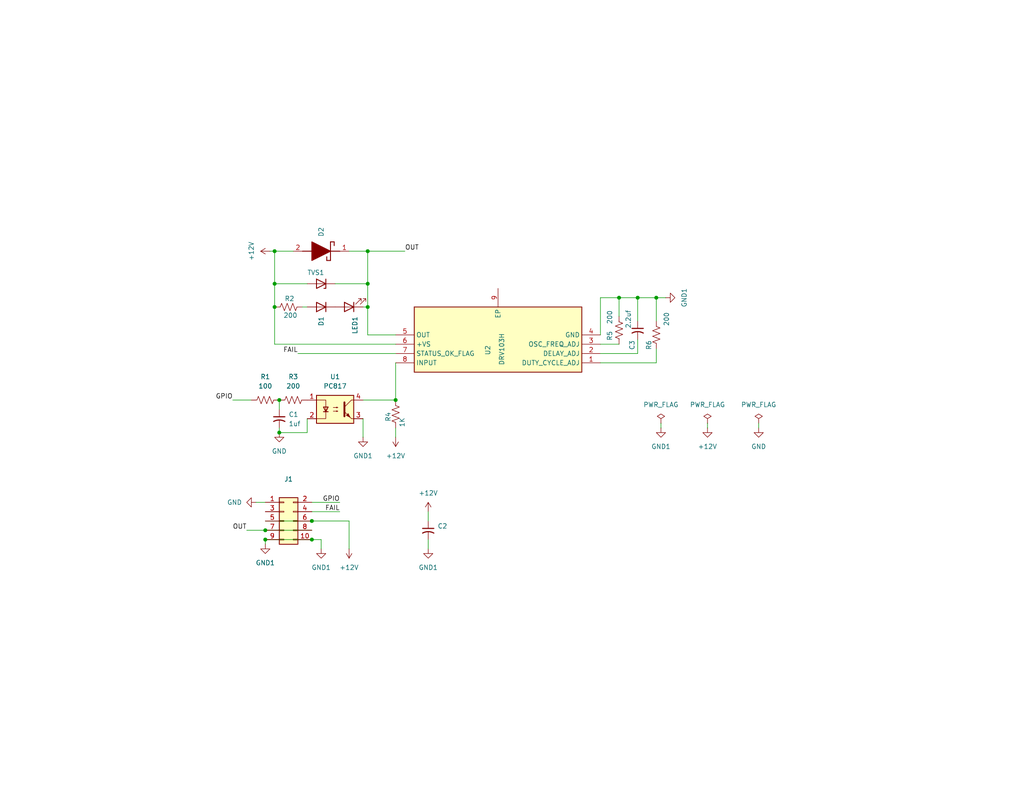
<source format=kicad_sch>
(kicad_sch (version 20250114) (generator "eeschema") (generator_version "9.0")
  (paper "A")
  (title_block (title "DRV103 Solenoid Driver Board"))
  (lib_symbols
    (symbol "Connector_Generic:Conn_02x05_Odd_Even" (pin_names (offset 1.016) (hide yes))
      (property "Reference" "J" (at 1.27 7.62 0))
      (property "Value" "Conn_02x05_Odd_Even" (at 1.27 -7.62 0))
      (symbol "Conn_02x05_Odd_Even_1_1"
        (rectangle (start -1.27 6.35) (end 3.81 -6.35) (stroke (width 0.254)) (fill (type background)))
        (rectangle (start -1.27 5.207) (end 0 4.953) (stroke (width 0.1524)))
        (rectangle (start -1.27 2.667) (end 0 2.413) (stroke (width 0.1524)))
        (rectangle (start -1.27 0.127) (end 0 -0.127) (stroke (width 0.1524)))
        (rectangle (start -1.27 -2.413) (end 0 -2.667) (stroke (width 0.1524)))
        (rectangle (start -1.27 -4.953) (end 0 -5.207) (stroke (width 0.1524)))
        (rectangle (start 3.81 5.207) (end 2.54 4.953) (stroke (width 0.1524)))
        (rectangle (start 3.81 2.667) (end 2.54 2.413) (stroke (width 0.1524)))
        (rectangle (start 3.81 0.127) (end 2.54 -0.127) (stroke (width 0.1524)))
        (rectangle (start 3.81 -2.413) (end 2.54 -2.667) (stroke (width 0.1524)))
        (rectangle (start 3.81 -4.953) (end 2.54 -5.207) (stroke (width 0.1524)))
        (pin passive line (at -5.08 5.08 0) (length 3.81) (name "Pin_1") (number "1"))
        (pin passive line (at -5.08 2.54 0) (length 3.81) (name "Pin_3") (number "3"))
        (pin passive line (at -5.08 0 0) (length 3.81) (name "Pin_5") (number "5"))
        (pin passive line (at -5.08 -2.54 0) (length 3.81) (name "Pin_7") (number "7"))
        (pin passive line (at -5.08 -5.08 0) (length 3.81) (name "Pin_9") (number "9"))
        (pin passive line (at 7.62 5.08 180) (length 3.81) (name "Pin_2") (number "2"))
        (pin passive line (at 7.62 2.54 180) (length 3.81) (name "Pin_4") (number "4"))
        (pin passive line (at 7.62 0 180) (length 3.81) (name "Pin_6") (number "6"))
        (pin passive line (at 7.62 -2.54 180) (length 3.81) (name "Pin_8") (number "8"))
        (pin passive line (at 7.62 -5.08 180) (length 3.81) (name "Pin_10") (number "10"))
      )
    )
    (symbol "DRV103H:DRV103H"
      (property "Reference" "IC" (at 52.07 7.62 0))
      (property "Value" "DRV103H" (at 52.07 5.08 0))
      (symbol "DRV103H_1_1"
        (rectangle (start 5.08 2.54) (end 50.8 -15.24) (stroke (width 0.254)) (fill (type background)))
        (pin passive line (at 0 0 0) (length 5.08) (name "DUTY_CYCLE_ADJ") (number "1"))
        (pin passive line (at 0 -2.54 0) (length 5.08) (name "DELAY_ADJ") (number "2"))
        (pin passive line (at 0 -5.08 0) (length 5.08) (name "OSC_FREQ_ADJ") (number "3"))
        (pin passive line (at 0 -7.62 0) (length 5.08) (name "GND") (number "4"))
        (pin passive line (at 27.94 -20.32 90) (length 5.08) (name "EP") (number "9"))
        (pin passive line (at 55.88 0 180) (length 5.08) (name "INPUT") (number "8"))
        (pin passive line (at 55.88 -2.54 180) (length 5.08) (name "STATUS_OK_FLAG") (number "7"))
        (pin passive line (at 55.88 -5.08 180) (length 5.08) (name "+VS") (number "6"))
        (pin passive line (at 55.88 -7.62 180) (length 5.08) (name "OUT") (number "5"))
      )
    )
    (symbol "Device:C_Small_US" (pin_numbers (hide yes)) (pin_names (offset 0.254) (hide yes))
      (property "Reference" "C" (at 0.254 1.778 0))
      (property "Value" "C_Small_US" (at 0.254 -2.032 0))
      (symbol "C_Small_US_0_1"
        (polyline (pts (xy -1.524 0.508) (xy 1.524 0.508)) (stroke (width 0.3048)))
        (arc (start -1.524 -0.762) (mid 0 -0.3734) (end 1.524 -0.762) (stroke (width 0.3048)))
      )
      (symbol "C_Small_US_1_1"
        (pin passive line (at 0 2.54 270) (length 2.032) (name "~") (number "1"))
        (pin passive line (at 0 -2.54 90) (length 2.032) (name "~") (number "2"))
      )
    )
    (symbol "Device:LED" (pin_numbers (hide yes)) (pin_names (offset 1.016) (hide yes))
      (property "Reference" "D" (at 0 2.54 0))
      (property "Value" "LED" (at 0 -2.54 0))
      (symbol "LED_0_1"
        (polyline (pts (xy -3.048 -0.762) (xy -4.572 -2.286) (xy -3.81 -2.286) (xy -4.572 -2.286) (xy -4.572 -1.524)))
        (polyline (pts (xy -1.778 -0.762) (xy -3.302 -2.286) (xy -2.54 -2.286) (xy -3.302 -2.286) (xy -3.302 -1.524)))
        (polyline (pts (xy -1.27 0) (xy 1.27 0)))
        (polyline (pts (xy -1.27 -1.27) (xy -1.27 1.27)) (stroke (width 0.254)))
        (polyline (pts (xy 1.27 -1.27) (xy 1.27 1.27) (xy -1.27 0) (xy 1.27 -1.27)) (stroke (width 0.254)))
      )
      (symbol "LED_1_1"
        (pin passive line (at -3.81 0 0) (length 2.54) (name "K") (number "1"))
        (pin passive line (at 3.81 0 180) (length 2.54) (name "A") (number "2"))
      )
    )
    (symbol "Device:R_US" (pin_numbers (hide yes)) (pin_names (offset 0))
      (property "Reference" "R" (at 2.54 0 90))
      (property "Value" "R_US" (at -2.54 0 90))
      (symbol "R_US_0_1"
        (polyline (pts (xy 0 2.286) (xy 0 2.54)))
        (polyline (pts (xy 0 2.286) (xy 1.016 1.905) (xy 0 1.524) (xy -1.016 1.143) (xy 0 0.762)))
        (polyline (pts (xy 0 0.762) (xy 1.016 0.381) (xy 0 0) (xy -1.016 -0.381) (xy 0 -0.762)))
        (polyline (pts (xy 0 -0.762) (xy 1.016 -1.143) (xy 0 -1.524) (xy -1.016 -1.905) (xy 0 -2.286)))
        (polyline (pts (xy 0 -2.286) (xy 0 -2.54)))
      )
      (symbol "R_US_1_1"
        (pin passive line (at 0 3.81 270) (length 1.27) (name "~") (number "1"))
        (pin passive line (at 0 -3.81 90) (length 1.27) (name "~") (number "2"))
      )
    )
    (symbol "Diode:1N4148" (pin_numbers (hide yes)) (pin_names (hide yes))
      (property "Reference" "D" (at 0 2.54 0))
      (property "Value" "1N4148" (at 0 -2.54 0))
      (symbol "1N4148_0_1"
        (polyline (pts (xy -1.27 1.27) (xy -1.27 -1.27)) (stroke (width 0.254)))
        (polyline (pts (xy 1.27 1.27) (xy 1.27 -1.27) (xy -1.27 0) (xy 1.27 1.27)) (stroke (width 0.254)))
        (polyline (pts (xy 1.27 0) (xy -1.27 0)))
      )
      (symbol "1N4148_1_1"
        (pin passive line (at -3.81 0 0) (length 2.54) (name "K") (number "1"))
        (pin passive line (at 3.81 0 180) (length 2.54) (name "A") (number "2"))
      )
    )
    (symbol "Diode:PTVS18VZ1USK" (pin_numbers (hide yes)) (pin_names (hide yes))
      (property "Reference" "D" (at 0 2.54 0))
      (property "Value" "PTVS18VZ1USK" (at 0 -2.54 0))
      (symbol "PTVS18VZ1USK_0_1"
        (polyline (pts (xy -1.27 -1.27) (xy -1.27 1.27) (xy -0.762 1.27)) (stroke (width 0.254)))
        (polyline (pts (xy 1.27 0) (xy -1.27 0)))
        (polyline (pts (xy 1.27 -1.27) (xy 1.27 1.27) (xy -1.27 0) (xy 1.27 -1.27)) (stroke (width 0.254)))
      )
      (symbol "PTVS18VZ1USK_1_1"
        (pin passive line (at -3.81 0 0) (length 2.54) (name "K") (number "1"))
        (pin passive line (at 3.81 0 180) (length 2.54) (name "A") (number "2"))
      )
    )
    (symbol "Isolator:PC817" (pin_names (offset 1.016))
      (property "Reference" "U" (at -5.08 5.08 0))
      (property "Value" "PC817" (at 0 5.08 0))
      (symbol "PC817_0_1"
        (rectangle (start -5.08 3.81) (end 5.08 -3.81) (stroke (width 0.254)) (fill (type background)))
        (polyline (pts (xy -5.08 2.54) (xy -2.54 2.54) (xy -2.54 -0.635)))
        (polyline (pts (xy -3.175 -0.635) (xy -1.905 -0.635)) (stroke (width 0.254)))
        (polyline (pts (xy -2.54 -0.635) (xy -2.54 -2.54) (xy -5.08 -2.54)))
        (polyline (pts (xy -2.54 -0.635) (xy -3.175 0.635) (xy -1.905 0.635) (xy -2.54 -0.635)) (stroke (width 0.254)))
        (polyline (pts (xy -0.508 0.508) (xy 0.762 0.508) (xy 0.381 0.381) (xy 0.381 0.635) (xy 0.762 0.508)))
        (polyline (pts (xy -0.508 -0.508) (xy 0.762 -0.508) (xy 0.381 -0.635) (xy 0.381 -0.381) (xy 0.762 -0.508)))
        (polyline (pts (xy 2.54 1.905) (xy 2.54 -1.905)) (stroke (width 0.508)))
        (polyline (pts (xy 2.54 0.635) (xy 4.445 2.54)))
        (polyline (pts (xy 3.048 -1.651) (xy 3.556 -1.143) (xy 4.064 -2.159) (xy 3.048 -1.651)) (fill (type outline)))
        (polyline (pts (xy 4.445 2.54) (xy 5.08 2.54)))
        (polyline (pts (xy 4.445 -2.54) (xy 2.54 -0.635)) (fill (type outline)))
        (polyline (pts (xy 4.445 -2.54) (xy 5.08 -2.54)))
      )
      (symbol "PC817_1_1"
        (pin passive line (at -7.62 2.54 0) (length 2.54) (name "~") (number "1"))
        (pin passive line (at -7.62 -2.54 0) (length 2.54) (name "~") (number "2"))
        (pin passive line (at 7.62 2.54 180) (length 2.54) (name "~") (number "4"))
        (pin passive line (at 7.62 -2.54 180) (length 2.54) (name "~") (number "3"))
      )
    )
    (symbol "SR340-T:SR340-T" (pin_names (hide yes))
      (property "Reference" "D" (at 12.7 8.89 0))
      (property "Value" "SR340-T" (at 12.7 6.35 0))
      (symbol "SR340-T_1_1"
        (polyline (pts (xy 5.08 0) (xy 7.62 0)) (stroke (width 0.254)))
        (polyline (pts (xy 6.604 -1.524) (xy 6.604 -2.54)) (stroke (width 0.254)))
        (polyline (pts (xy 7.62 2.54) (xy 7.62 -2.54)) (stroke (width 0.254)))
        (polyline (pts (xy 7.62 2.54) (xy 8.636 2.54)) (stroke (width 0.254)))
        (polyline (pts (xy 7.62 0) (xy 12.7 2.54) (xy 12.7 -2.54) (xy 7.62 0)) (stroke (width 0.254)) (fill (type outline)))
        (polyline (pts (xy 7.62 -2.54) (xy 6.604 -2.54)) (stroke (width 0.254)))
        (polyline (pts (xy 8.636 1.524) (xy 8.636 2.54)) (stroke (width 0.254)))
        (polyline (pts (xy 12.7 0) (xy 15.24 0)) (stroke (width 0.254)))
        (pin passive line (at 2.54 0 0) (length 2.54) (name "K") (number "1"))
        (pin passive line (at 17.78 0 180) (length 2.54) (name "A") (number "2"))
      )
    )
    (symbol "power:+12C" (power) (pin_numbers (hide yes)) (pin_names (offset 0) (hide yes))
      (property "Value" "+12C" (at 0 3.556 0))
      (symbol "+12C_0_1"
        (polyline (pts (xy -0.762 1.27) (xy 0 2.54)))
        (polyline (pts (xy 0 2.54) (xy 0.762 1.27)))
        (polyline (pts (xy 0 0) (xy 0 2.54)))
      )
      (symbol "+12C_1_1"
        (pin power_in line (at 0 0 90) (length 0) (name "~") (number "1"))
      )
    )
    (symbol "power:GND" (power) (pin_numbers (hide yes)) (pin_names (offset 0) (hide yes))
      (property "Value" "GND" (at 0 -3.81 0))
      (symbol "GND_0_1"
        (polyline (pts (xy 0 0) (xy 0 -1.27) (xy 1.27 -1.27) (xy 0 -2.54) (xy -1.27 -1.27) (xy 0 -1.27)))
      )
      (symbol "GND_1_1"
        (pin power_in line (at 0 0 270) (length 0) (name "~") (number "1"))
      )
    )
    (symbol "power:GND1" (power) (pin_numbers (hide yes)) (pin_names (offset 0) (hide yes))
      (property "Value" "GND1" (at 0 -3.81 0))
      (symbol "GND1_0_1"
        (polyline (pts (xy 0 0) (xy 0 -1.27) (xy 1.27 -1.27) (xy 0 -2.54) (xy -1.27 -1.27) (xy 0 -1.27)))
      )
      (symbol "GND1_1_1"
        (pin power_in line (at 0 0 270) (length 0) (name "~") (number "1"))
      )
    )
    (symbol "power:PWR_FLAG" (power) (pin_numbers (hide yes)) (pin_names (offset 0) (hide yes))
      (property "Value" "PWR_FLAG" (at 0 3.81 0))
      (symbol "PWR_FLAG_0_0"
        (pin power_out line (at 0 0 90) (length 0) (name "~") (number "1"))
      )
      (symbol "PWR_FLAG_0_1"
        (polyline (pts (xy 0 0) (xy 0 1.27) (xy -1.016 1.905) (xy 0 2.54) (xy 1.016 1.905) (xy 0 1.27)))
      )
    )
  )
  (junction (at 85.09 147.32))
  (junction (at 74.93 68.58))
  (junction (at 100.33 68.58))
  (junction (at 72.39 144.78))
  (junction (at 76.2 109.22))
  (junction (at 85.09 142.24))
  (junction (at 100.33 77.47))
  (junction (at 74.93 77.47))
  (junction (at 100.33 83.82))
  (junction (at 179.07 81.28))
  (junction (at 72.39 147.32))
  (junction (at 168.91 81.28))
  (junction (at 107.95 109.22))
  (junction (at 76.2 118.11))
  (junction (at 173.99 81.28))
  (junction (at 74.93 83.82))
  (wire (pts (xy 173.99 81.28) (xy 179.07 81.28)))
  (wire (pts (xy 163.83 96.52) (xy 173.99 96.52)))
  (wire (pts (xy 83.82 83.82) (xy 82.55 83.82)))
  (wire (pts (xy 83.82 118.11) (xy 76.2 118.11)))
  (wire (pts (xy 107.95 116.84) (xy 107.95 119.38)))
  (wire (pts (xy 72.39 147.32) (xy 72.39 148.59)))
  (wire (pts (xy 168.91 86.36) (xy 168.91 81.28)))
  (wire (pts (xy 72.39 147.32) (xy 85.09 147.32)))
  (wire (pts (xy 100.33 77.47) (xy 100.33 83.82)))
  (wire (pts (xy 179.07 95.25) (xy 179.07 99.06)))
  (wire (pts (xy 85.09 142.24) (xy 95.25 142.24)))
  (wire (pts (xy 95.25 68.58) (xy 100.33 68.58)))
  (wire (pts (xy 74.93 68.58) (xy 73.66 68.58)))
  (wire (pts (xy 179.07 99.06) (xy 163.83 99.06)))
  (wire (pts (xy 107.95 93.98) (xy 74.93 93.98)))
  (wire (pts (xy 181.61 81.28) (xy 179.07 81.28)))
  (wire (pts (xy 67.31 144.78) (xy 72.39 144.78)))
  (wire (pts (xy 100.33 68.58) (xy 110.49 68.58)))
  (wire (pts (xy 207.01 115.57) (xy 207.01 116.84)))
  (wire (pts (xy 179.07 81.28) (xy 179.07 87.63)))
  (wire (pts (xy 81.28 96.52) (xy 107.95 96.52)))
  (wire (pts (xy 116.84 147.32) (xy 116.84 149.86)))
  (wire (pts (xy 76.2 116.84) (xy 76.2 118.11)))
  (wire (pts (xy 168.91 81.28) (xy 173.99 81.28)))
  (wire (pts (xy 193.04 115.57) (xy 193.04 116.84)))
  (wire (pts (xy 100.33 77.47) (xy 91.44 77.47)))
  (wire (pts (xy 99.06 83.82) (xy 100.33 83.82)))
  (wire (pts (xy 83.82 77.47) (xy 74.93 77.47)))
  (wire (pts (xy 99.06 114.3) (xy 99.06 119.38)))
  (wire (pts (xy 74.93 77.47) (xy 74.93 83.82)))
  (wire (pts (xy 100.33 68.58) (xy 100.33 77.47)))
  (wire (pts (xy 72.39 142.24) (xy 85.09 142.24)))
  (wire (pts (xy 107.95 99.06) (xy 107.95 109.22)))
  (wire (pts (xy 173.99 87.63) (xy 173.99 81.28)))
  (wire (pts (xy 87.63 147.32) (xy 85.09 147.32)))
  (wire (pts (xy 163.83 81.28) (xy 168.91 81.28)))
  (wire (pts (xy 87.63 149.86) (xy 87.63 147.32)))
  (wire (pts (xy 85.09 137.16) (xy 92.71 137.16)))
  (wire (pts (xy 116.84 139.7) (xy 116.84 142.24)))
  (wire (pts (xy 72.39 144.78) (xy 85.09 144.78)))
  (wire (pts (xy 173.99 96.52) (xy 173.99 92.71)))
  (wire (pts (xy 107.95 109.22) (xy 99.06 109.22)))
  (wire (pts (xy 180.34 115.57) (xy 180.34 116.84)))
  (wire (pts (xy 74.93 77.47) (xy 74.93 68.58)))
  (wire (pts (xy 168.91 93.98) (xy 163.83 93.98)))
  (wire (pts (xy 63.5 109.22) (xy 68.58 109.22)))
  (wire (pts (xy 76.2 109.22) (xy 76.2 111.76)))
  (wire (pts (xy 69.85 137.16) (xy 72.39 137.16)))
  (wire (pts (xy 74.93 83.82) (xy 74.93 93.98)))
  (wire (pts (xy 95.25 142.24) (xy 95.25 149.86)))
  (wire (pts (xy 100.33 83.82) (xy 100.33 91.44)))
  (wire (pts (xy 85.09 139.7) (xy 92.71 139.7)))
  (wire (pts (xy 100.33 91.44) (xy 107.95 91.44)))
  (wire (pts (xy 163.83 91.44) (xy 163.83 81.28)))
  (wire (pts (xy 80.01 68.58) (xy 74.93 68.58)))
  (wire (pts (xy 83.82 114.3) (xy 83.82 118.11)))
  (label "GPIO" (at 63.5 109.22 180))
  (label "GPIO" (at 92.71 137.16 180))
  (label "OUT" (at 67.31 144.78 180))
  (label "FAIL" (at 81.28 96.52 180))
  (label "FAIL" (at 92.71 139.7 180))
  (label "OUT" (at 110.49 68.58 0))
  (symbol (lib_id "power:+12C") (at 73.66 68.58 90) (unit 1)
    (property "Reference" "#PWR03" (effects (hide yes)))
    (property "Value" "+12V" (at 68.58 68.58 0))
    (property "Description" "Power symbol creates a global label with name \"+12C\"" (effects (hide yes)))
  )
  (symbol (lib_id "power:PWR_FLAG") (at 180.34 115.57 0) (unit 1)
    (property "Reference" "#FLG01" (effects (hide yes)))
    (property "Value" "PWR_FLAG" (at 180.34 110.49 0))
    (property "Description" "Special symbol for telling ERC where power comes from" (effects (hide yes)))
  )
  (symbol (lib_id "Device:LED") (at 95.25 83.82 180) (unit 1)
    (property "Reference" "LED1" (at 96.8376 86.36 90) (effects (justify left)))
    (property "Value" "LG M67K-H1J2-24-Z" (effects (hide yes)))
    (property "Footprint" "LED_SMD:LED_0805_2012Metric_Pad1.15x1.40mm_HandSolder" (effects (hide yes)))
    (property "Datasheet" "https://dammedia.osram.info/media/resource/hires/osram-dam-5343957/LG%20M67K_EN.pdf" (effects (hide yes)))
    (property "Description" "Light emitting diode" (effects (hide yes)))
    (property "Sim.Pins" "1=K 2=A" (effects (hide yes)))
    (property "Name" "OUT1" (effects (hide yes)))
  )
  (symbol (lib_id "Device:R_US") (at 107.95 113.03 180) (unit 1)
    (property "Reference" "R4" (at 105.918 113.792 90))
    (property "Value" "1K" (at 109.728 115.316 90))
    (property "Footprint" "Resistor_SMD:R_0805_2012Metric_Pad1.20x1.40mm_HandSolder" (effects (hide yes)))
    (property "Description" "Resistor, US symbol" (effects (hide yes)))
  )
  (symbol (lib_id "Device:C_Small_US") (at 173.99 90.17 0) (unit 1)
    (property "Reference" "C3" (at 172.466 94.234 90))
    (property "Value" "2.2uf" (at 171.45 87.122 90))
    (property "Footprint" "Capacitor_SMD:C_0805_2012Metric_Pad1.18x1.45mm_HandSolder" (effects (hide yes)))
    (property "Description" "capacitor, small US symbol" (effects (hide yes)))
  )
  (symbol (lib_id "power:GND1") (at 116.84 149.86 0) (unit 1)
    (property "Reference" "#PWR011" (effects (hide yes)))
    (property "Value" "GND1" (at 116.84 154.94 0))
    (property "Description" "Power symbol creates a global label with name \"GND1\" , ground" (effects (hide yes)))
  )
  (symbol (lib_id "Isolator:PC817") (at 91.44 111.76 0) (unit 1)
    (property "Reference" "U1" (at 91.44 102.87 0))
    (property "Value" "PC817" (at 91.44 105.41 0))
    (property "Footprint" "Package_DIP:DIP-4_W7.62mm" (effects (hide yes)))
    (property "Datasheet" "http://www.soselectronic.cz/a_info/resource/d/pc817.pdf" (effects (hide yes)))
    (property "Description" "DC Optocoupler, Vce 35V, CTR 50-300%, DIP-4" (effects (hide yes)))
  )
  (symbol (lib_id "power:GND") (at 69.85 137.16 270) (unit 1)
    (property "Reference" "#PWR06" (effects (hide yes)))
    (property "Value" "GND" (at 66.04 137.1599 90) (effects (justify right)))
    (property "Description" "Power symbol creates a global label with name \"GND\" , ground" (effects (hide yes)))
  )
  (symbol (lib_id "power:GND1") (at 207.01 116.84 0) (unit 1)
    (property "Reference" "#PWR015" (effects (hide yes)))
    (property "Value" "GND" (at 207.01 121.92 0))
    (property "Description" "Power symbol creates a global label with name \"GND1\" , ground" (effects (hide yes)))
  )
  (symbol (lib_id "Device:C_Small_US") (at 76.2 114.3 0) (unit 1)
    (property "Reference" "C1" (at 78.74 113.1569 0) (effects (justify left)))
    (property "Value" "1uf" (at 78.74 115.6969 0) (effects (justify left)))
    (property "Footprint" "Capacitor_SMD:C_0805_2012Metric_Pad1.18x1.45mm_HandSolder" (effects (hide yes)))
    (property "Description" "capacitor, small US symbol" (effects (hide yes)))
  )
  (symbol (lib_id "Connector_Generic:Conn_02x05_Odd_Even") (at 77.47 142.24 0) (unit 1)
    (property "Reference" "J1" (at 78.74 130.81 0))
    (property "Value" "Conn_02x05_Odd_Even" (effects (hide yes)))
    (property "Footprint" "Connector_PinHeader_2.54mm:PinHeader_2x05_P2.54mm_Vertical" (effects (hide yes)))
    (property "Description" "Generic connector, double row, 02x05, odd/even pin numbering scheme (row 1 odd numbers, row 2 even numbers), script generated (kicad-library-utils/schlib/autogen/connector/)" (effects (hide yes)))
  )
  (symbol (lib_id "power:GND") (at 72.39 148.59 0) (unit 1)
    (property "Reference" "#PWR02" (effects (hide yes)))
    (property "Value" "GND1" (at 72.39 153.67 0))
    (property "Description" "Power symbol creates a global label with name \"GND\" , ground" (effects (hide yes)))
  )
  (symbol (lib_id "power:+12C") (at 107.95 119.38 180) (unit 1)
    (property "Reference" "#PWR09" (effects (hide yes)))
    (property "Value" "+12V" (at 107.95 124.46 0))
    (property "Description" "Power symbol creates a global label with name \"+12C\"" (effects (hide yes)))
  )
  (symbol (lib_id "power:+12C") (at 116.84 139.7 0) (unit 1)
    (property "Reference" "#PWR010" (effects (hide yes)))
    (property "Value" "+12V" (at 116.84 134.62 0))
    (property "Description" "Power symbol creates a global label with name \"+12C\"" (effects (hide yes)))
  )
  (symbol (lib_id "Diode:1N4148") (at 87.63 83.82 180) (unit 1)
    (property "Reference" "D1" (at 87.6301 86.36 90) (effects (justify left)))
    (property "Value" "1N4148" (effects (hide yes)))
    (property "Footprint" "Diode_SMD:D_SOD-323_HandSoldering" (effects (hide yes)))
    (property "Datasheet" "https://assets.nexperia.com/documents/data-sheet/1N4148_1N4448.pdf" (effects (hide yes)))
    (property "Description" "100V 0.15A standard switching diode, DO-35" (effects (hide yes)))
    (property "Sim.Device" "D" (effects (hide yes)))
    (property "Sim.Pins" "1=K 2=A" (effects (hide yes)))
  )
  (symbol (lib_id "power:GND1") (at 99.06 119.38 0) (unit 1)
    (property "Reference" "#PWR08" (effects (hide yes)))
    (property "Value" "GND1" (at 99.06 124.46 0))
    (property "Description" "Power symbol creates a global label with name \"GND1\" , ground" (effects (hide yes)))
  )
  (symbol (lib_id "Diode:PTVS18VZ1USK") (at 87.63 77.47 180) (unit 1)
    (property "Reference" "TVS1" (at 83.82 74.422 0) (effects (justify right)))
    (property "Value" "P6SMB18A" (effects (hide yes)))
    (property "Footprint" "Diode_SMD:D_SMB_Handsoldering" (effects (hide yes)))
    (property "Datasheet" "https://www.mouser.com/datasheet/2/54/p6smb-778327.pdf" (effects (hide yes)))
    (property "Description" "ESD Protection Diodes / TVS Diodes 18V 600W UniDir" (effects (hide yes)))
  )
  (symbol (lib_id "Device:R_US") (at 168.91 90.17 180) (unit 1)
    (property "Reference" "R5" (at 166.37 91.694 90))
    (property "Value" "200" (at 166.37 86.614 90))
    (property "Footprint" "Resistor_SMD:R_0805_2012Metric_Pad1.20x1.40mm_HandSolder" (effects (hide yes)))
    (property "Description" "Resistor, US symbol" (effects (hide yes)))
  )
  (symbol (lib_id "Device:R_US") (at 179.07 91.44 180) (unit 1)
    (property "Reference" "R6" (at 177.038 94.234 90))
    (property "Value" "200" (at 181.864 87.122 90))
    (property "Footprint" "Resistor_SMD:R_0805_2012Metric_Pad1.20x1.40mm_HandSolder" (effects (hide yes)))
    (property "Description" "Resistor, US symbol" (effects (hide yes)))
  )
  (symbol (lib_id "Device:C_Small_US") (at 116.84 144.78 0) (unit 1)
    (property "Reference" "C2" (at 119.38 143.6369 0) (effects (justify left)))
    (property "Value" ".1uf" (effects (hide yes)))
    (property "Footprint" "Capacitor_SMD:C_0805_2012Metric_Pad1.18x1.45mm_HandSolder" (effects (hide yes)))
    (property "Description" "capacitor, small US symbol" (effects (hide yes)))
  )
  (symbol (lib_id "power:PWR_FLAG") (at 207.01 115.57 0) (unit 1)
    (property "Reference" "#FLG03" (effects (hide yes)))
    (property "Value" "PWR_FLAG" (at 207.01 110.49 0))
    (property "Description" "Special symbol for telling ERC where power comes from" (effects (hide yes)))
  )
  (symbol (lib_id "power:GND") (at 87.63 149.86 0) (unit 1)
    (property "Reference" "#PWR05" (effects (hide yes)))
    (property "Value" "GND1" (at 87.63 154.94 0))
    (property "Description" "Power symbol creates a global label with name \"GND\" , ground" (effects (hide yes)))
  )
  (symbol (lib_id "Device:R_US") (at 78.74 83.82 90) (unit 1)
    (property "Reference" "R2" (at 78.994 81.534 90))
    (property "Value" "200" (at 79.248 86.106 90))
    (property "Footprint" "Resistor_SMD:R_0805_2012Metric_Pad1.20x1.40mm_HandSolder" (effects (hide yes)))
    (property "Description" "Resistor, US symbol" (effects (hide yes)))
  )
  (symbol (lib_id "Device:R_US") (at 80.01 109.22 270) (unit 1)
    (property "Reference" "R3" (at 80.01 102.87 90))
    (property "Value" "200" (at 80.01 105.41 90))
    (property "Footprint" "Resistor_SMD:R_0805_2012Metric_Pad1.20x1.40mm_HandSolder" (effects (hide yes)))
    (property "Description" "Resistor, US symbol" (effects (hide yes)))
  )
  (symbol (lib_id "power:GND") (at 76.2 118.11 0) (unit 1)
    (property "Reference" "#PWR04" (effects (hide yes)))
    (property "Value" "GND" (at 76.2 123.19 0))
    (property "Description" "Power symbol creates a global label with name \"GND\" , ground" (effects (hide yes)))
  )
  (symbol (lib_id "power:GND1") (at 181.61 81.28 90) (unit 1)
    (property "Reference" "#PWR012" (effects (hide yes)))
    (property "Value" "GND1" (at 186.69 81.28 0))
    (property "Description" "Power symbol creates a global label with name \"GND1\" , ground" (effects (hide yes)))
  )
  (symbol (lib_id "power:GND1") (at 193.04 116.84 0) (unit 1)
    (property "Reference" "#PWR014" (effects (hide yes)))
    (property "Value" "+12V" (at 193.04 121.92 0))
    (property "Description" "Power symbol creates a global label with name \"GND1\" , ground" (effects (hide yes)))
  )
  (symbol (lib_id "DRV103H:DRV103H") (at 163.83 99.06 180) (unit 1)
    (property "Reference" "U2" (at 133.096 94.234 90) (effects (justify left)))
    (property "Value" "DRV103H" (at 136.906 90.932 90) (effects (justify left)))
    (property "Footprint" "DRV103:SOIC127P600X170-9N" (effects (hide yes)))
    (property "Datasheet" "https://datasheet.datasheetarchive.com/originals/distributors/SFDatasheet-6/sf-000127316.pdf" (effects (hide yes)))
    (property "Description" "PWM Low-Side Driver 3A for Coils HSOP8 DRV103H, MOSFET Power Driver, 1.5A, Non-Inverting, 8 ??? 32 V, 8-Pin SO PowerPAD" (effects (hide yes)))
    (property "Height" "1.7" (effects (hide yes)))
    (property "Mouser Part Number" "595-DRV103H" (effects (hide yes)))
    (property "Mouser Price/Stock" "https://www.mouser.co.uk/ProductDetail/Texas-Instruments/DRV103H?qs=VBduBm9rCJQEx63T3F6Ttg%3D%3D" (effects (hide yes)))
    (property "Manufacturer_Name" "Texas Instruments" (effects (hide yes)))
    (property "Manufacturer_Part_Number" "DRV103H" (effects (hide yes)))
  )
  (symbol (lib_id "Device:R_US") (at 72.39 109.22 270) (unit 1)
    (property "Reference" "R1" (at 72.39 102.87 90))
    (property "Value" "100" (at 72.39 105.41 90))
    (property "Footprint" "Resistor_SMD:R_0805_2012Metric_Pad1.20x1.40mm_HandSolder" (effects (hide yes)))
    (property "Description" "Resistor, US symbol" (effects (hide yes)))
  )
  (symbol (lib_id "power:GND1") (at 180.34 116.84 0) (unit 1)
    (property "Reference" "#PWR013" (effects (hide yes)))
    (property "Value" "GND1" (at 180.34 121.92 0))
    (property "Description" "Power symbol creates a global label with name \"GND1\" , ground" (effects (hide yes)))
  )
  (symbol (lib_id "SR340-T:SR340-T") (at 97.79 68.58 180) (unit 1)
    (property "Reference" "D2" (at 87.63 61.976 90) (effects (justify left)))
    (property "Value" "VS-30BQ040" (effects (hide yes)))
    (property "Footprint" "VS-30BQ040-M3_9AT:DIOM7959X262N" (effects (hide yes)))
    (property "Description" "Schottky Diodes & Rectifiers 3A 40V Schottky" (effects (hide yes)))
    (property "Mouser Part Number" "583-SR340-T" (effects (hide yes)))
    (property "Mouser Price/Stock" "https://www.mouser.com/ProductDetail/78-VS-30BQ040-M39AT" (effects (hide yes)))
    (property "Manufacturer_Name" "Vishay Semiconductors" (effects (hide yes)))
    (property "Manufacturer_Part_Number" "VS-30BQ040-M3/9AT" (effects (hide yes)))
  )
  (symbol (lib_id "power:+12C") (at 95.25 149.86 180) (unit 1)
    (property "Reference" "#PWR07" (effects (hide yes)))
    (property "Value" "+12V" (at 95.25 154.94 0))
    (property "Description" "Power symbol creates a global label with name \"+12C\"" (effects (hide yes)))
  )
  (symbol (lib_id "power:PWR_FLAG") (at 193.04 115.57 0) (unit 1)
    (property "Reference" "#FLG02" (effects (hide yes)))
    (property "Value" "PWR_FLAG" (at 193.04 110.49 0))
    (property "Description" "Special symbol for telling ERC where power comes from" (effects (hide yes)))
  )
)
</source>
